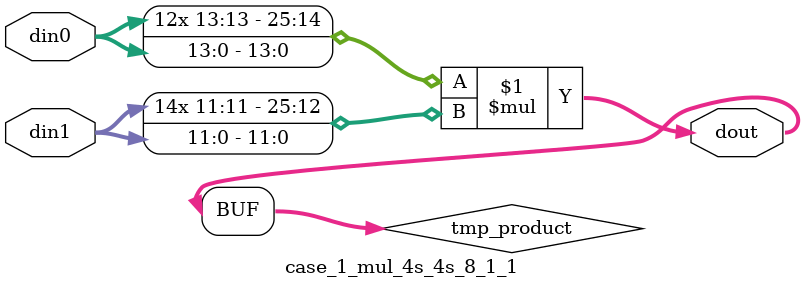
<source format=v>

`timescale 1 ns / 1 ps

 (* use_dsp = "no" *)  module case_1_mul_4s_4s_8_1_1(din0, din1, dout);
parameter ID = 1;
parameter NUM_STAGE = 0;
parameter din0_WIDTH = 14;
parameter din1_WIDTH = 12;
parameter dout_WIDTH = 26;

input [din0_WIDTH - 1 : 0] din0; 
input [din1_WIDTH - 1 : 0] din1; 
output [dout_WIDTH - 1 : 0] dout;

wire signed [dout_WIDTH - 1 : 0] tmp_product;



























assign tmp_product = $signed(din0) * $signed(din1);








assign dout = tmp_product;





















endmodule

</source>
